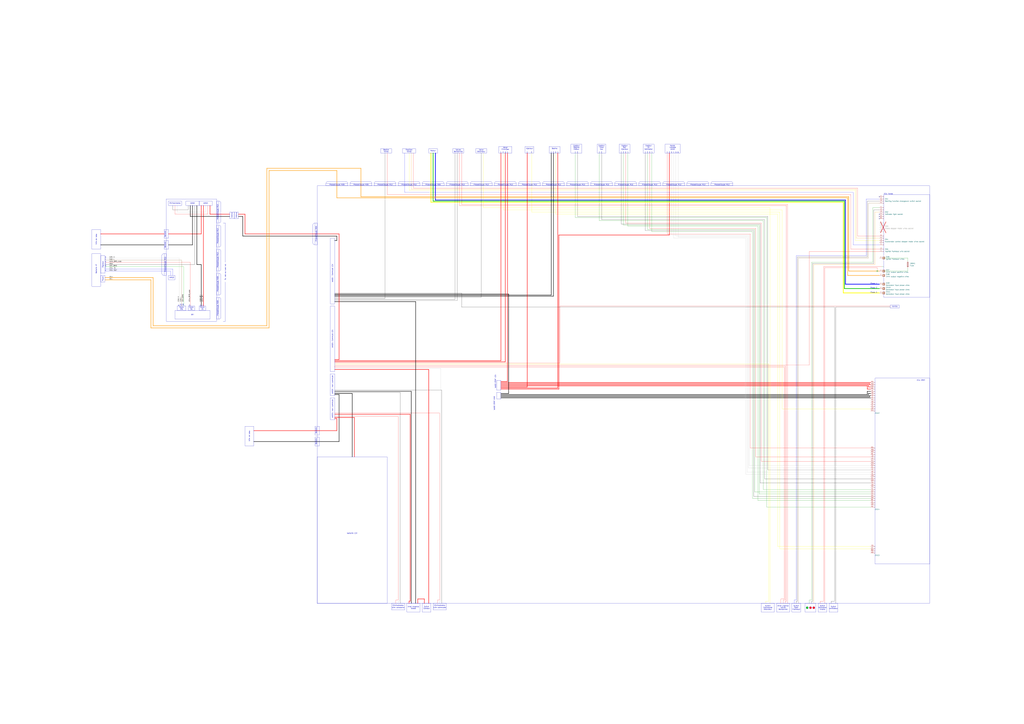
<source format=kicad_sch>
(kicad_sch (version 20231120) (generator "eeschema") (generator_version "8.0")
  (paper "A0")
  (junction (at 1018.54 314.96))
  (no_connect (at 1021.08 251.46))
  (no_connect (at 1021.08 228.6))
  (no_connect (at 1021.08 254))
  (no_connect (at 1021.08 248.92))
  (wire (pts (xy 476.25 698.5) (xy 476.25 481.33)) (stroke (width 0.5) (color 255 0 0 1)))
  (wire (pts (xy 866.14 276.86) (xy 866.14 551.18)) (stroke (width 0) (color 194 194 194 1)))
  (wire (pts (xy 1008.38 459.74) (xy 1008.38 457.2)) (stroke (width 0.5) (color 0 0 0 1)))
  (wire (pts (xy 881.38 261.62) (xy 881.38 574.04)))
  (wire (pts (xy 492.76 701.04) (xy 492.76 695.96)) (stroke (width 0.5) (color 255 0 0 1)))
  (wire (pts (xy 927.1 299.72) (xy 1008.38 299.72)) (stroke (width 0) (color 128 77 0 1)))
  (polyline (pts (xy 261.62 259.08) (xy 259.08 259.08)))
  (wire (pts (xy 886.46 568.96) (xy 1010.92 568.96)))
  (wire (pts (xy 925.83 298.45) (xy 1007.11 298.45)) (stroke (width 0) (color 0 0 0 1)))
  (wire (pts (xy 617.22 246.38) (xy 617.22 177.8)) (stroke (width 0) (color 255 255 0 1)))
  (wire (pts (xy 1010.92 530.86) (xy 877.57 530.86)) (stroke (width 0) (color 255 0 0 1)))
  (wire (pts (xy 645.16 248.92) (xy 645.16 177.8)) (stroke (width 0) (color 255 255 0 1)))
  (wire (pts (xy 990.6 284.48) (xy 1021.08 284.48)) (stroke (width 0) (color 0 0 255 1)))
  (wire (pts (xy 993.14 220.98) (xy 474.98 220.98)) (stroke (width 0) (color 255 255 0 1)))
  (wire (pts (xy 695.96 256.54) (xy 886.46 256.54)))
  (wire (pts (xy 459.74 697.23) (xy 462.28 697.23)) (stroke (width 0) (color 255 0 0 1)))
  (wire (pts (xy 909.32 697.23) (xy 909.32 701.04)) (stroke (width 0) (color 255 0 0 1)))
  (wire (pts (xy 535.94 356.87) (xy 535.94 340.36)) (stroke (width 0) (color 0 0 0 1)))
  (wire (pts (xy 200.66 312.42) (xy 200.66 320.04)) (stroke (width 0) (color 0 0 255 1)))
  (polyline (pts (xy 187.96 297.18) (xy 187.96 317.5)))
  (wire (pts (xy 388.62 342.9) (xy 640.08 342.9)) (stroke (width 0.5) (color 0 0 0 1)))
  (wire (pts (xy 581.66 462.28) (xy 1010.92 462.28)) (stroke (width 0.5) (color 0 0 0 1)))
  (wire (pts (xy 1009.65 461.01) (xy 1009.65 459.74)) (stroke (width 0.5) (color 0 0 0 1)))
  (wire (pts (xy 670.56 251.46) (xy 891.54 251.46)) (stroke (width 0) (color 0 0 0 1)))
  (wire (pts (xy 617.22 246.38) (xy 905.51 246.38)) (stroke (width 0) (color 255 255 0 1)))
  (wire (pts (xy 985.52 228.6) (xy 985.52 314.96)) (stroke (width 0.5) (color 255 153 0 1)))
  (wire (pts (xy 956.31 309.88) (xy 956.31 698.5)) (stroke (width 0) (color 255 0 0 1)))
  (wire (pts (xy 868.68 543.56) (xy 1010.92 543.56)) (stroke (width 0) (color 194 194 194 1)))
  (wire (pts (xy 882.65 561.34) (xy 882.65 260.35)) (stroke (width 0) (color 0 0 0 1)))
  (wire (pts (xy 121.92 314.96) (xy 198.12 314.96)) (stroke (width 0) (color 0 0 255 1)))
  (wire (pts (xy 393.7 417.83) (xy 388.62 417.83)) (stroke (width 0.5) (color 255 0 0 1)))
  (wire (pts (xy 1018.54 311.15) (xy 957.58 311.15)) (stroke (width 0) (color 255 0 0 1)))
  (wire (pts (xy 581.66 461.01) (xy 1009.65 461.01)) (stroke (width 0.5) (color 0 0 0 1)))
  (wire (pts (xy 890.27 252.73) (xy 890.27 589.28)))
  (wire (pts (xy 121.92 299.72) (xy 208.28 299.72)) (stroke (width 0) (color 194 194 194 1)))
  (wire (pts (xy 584.2 243.84) (xy 908.05 243.84)) (stroke (width 0) (color 255 255 0 1)))
  (wire (pts (xy 777.24 273.05) (xy 648.97 273.05)) (stroke (width 0.5) (color 255 0 0 1)))
  (wire (pts (xy 530.86 177.8) (xy 530.86 349.25)) (stroke (width 0) (color 0 0 0 1)))
  (wire (pts (xy 121.92 304.8) (xy 220.98 304.8)) (stroke (width 0) (color 255 0 0 1)))
  (wire (pts (xy 1018.54 314.96) (xy 1021.08 314.96)) (stroke (width 0.5) (color 255 153 0 1)))
  (wire (pts (xy 1005.84 297.18) (xy 1005.84 231.14)) (stroke (width 0) (color 0 0 255 1)))
  (polyline (pts (xy 261.62 327.66) (xy 261.62 373.38)))
  (wire (pts (xy 388.62 480.06) (xy 510.54 480.06)) (stroke (width 0) (color 255 0 0 1)))
  (wire (pts (xy 943.61 306.07) (xy 943.61 698.5)) (stroke (width 0) (color 0 0 0 1)))
  (wire (pts (xy 218.44 243.84) (xy 218.44 238.76)) (stroke (width 0) (color 0 0 0 1)))
  (wire (pts (xy 121.92 322.58) (xy 177.8 322.58)) (stroke (width 0.5) (color 255 153 0 1)))
  (wire (pts (xy 233.68 307.34) (xy 228.6 307.34)) (stroke (width 0.5) (color 0 0 0 1)))
  (wire (pts (xy 993.14 279.4) (xy 1021.08 279.4)) (stroke (width 0) (color 255 255 0 1)))
  (wire (pts (xy 784.86 274.32) (xy 868.68 274.32)) (stroke (width 0) (color 194 194 194 1)))
  (wire (pts (xy 990.6 284.48) (xy 990.6 223.52)) (stroke (width 0) (color 0 0 255 1)))
  (wire (pts (xy 241.3 238.76) (xy 241.3 248.92)) (stroke (width 0) (color 255 0 0 1)))
  (wire (pts (xy 979.17 340.36) (xy 1021.08 340.36)) (stroke (width 0.762) (color 255 255 0 1)))
  (polyline (pts (xy 401.32 210.82) (xy 381 210.82)))
  (wire (pts (xy 195.58 284.48) (xy 223.52 284.48)) (stroke (width 0.5) (color 0 0 0 1)))
  (wire (pts (xy 393.7 271.78) (xy 284.48 271.78)) (stroke (width 0.5) (color 255 0 0 1)))
  (wire (pts (xy 939.8 697.23) (xy 939.8 701.04)))
  (wire (pts (xy 281.94 251.46) (xy 281.94 274.32)) (stroke (width 0.5) (color 0 0 0 1)))
  (wire (pts (xy 670.56 251.46) (xy 670.56 177.8)) (stroke (width 0) (color 0 0 0 1)))
  (wire (pts (xy 994.41 276.86) (xy 1021.08 276.86)) (stroke (width 0) (color 255 153 0 1)))
  (wire (pts (xy 995.68 274.32) (xy 1021.08 274.32)) (stroke (width 0) (color 255 0 0 1)))
  (wire (pts (xy 238.76 246.38) (xy 205.74 246.38)) (stroke (width 0) (color 194 194 194 1)))
  (wire (pts (xy 388.62 429.26) (xy 497.84 429.26)) (stroke (width 0.5) (color 255 0 0 1)))
  (wire (pts (xy 867.41 275.59) (xy 867.41 548.64)) (stroke (width 0) (color 194 194 194 1)))
  (wire (pts (xy 480.06 218.44) (xy 480.06 177.8)) (stroke (width 0) (color 255 0 0 1)))
  (wire (pts (xy 459.74 697.23) (xy 459.74 701.04)) (stroke (width 0) (color 255 0 0 1)))
  (wire (pts (xy 913.13 698.5) (xy 911.86 698.5)) (stroke (width 0) (color 255 0 0 1)))
  (wire (pts (xy 449.58 226.06) (xy 988.06 226.06)) (stroke (width 0) (color 255 0 0 1)))
  (wire (pts (xy 510.54 698.5) (xy 510.54 701.04)) (stroke (width 0) (color 194 194 194 1)))
  (wire (pts (xy 558.8 177.8) (xy 558.8 345.44)) (stroke (width 0) (color 0 0 0 1)))
  (wire (pts (xy 388.62 427.99) (xy 511.81 427.99)) (stroke (width 0) (color 194 194 194 1)))
  (wire (pts (xy 782.32 276.86) (xy 866.14 276.86)) (stroke (width 0) (color 194 194 194 1)))
  (polyline (pts (xy 820.42 210.82) (xy 800.1 210.82)))
  (wire (pts (xy 1010.92 576.58) (xy 875.03 576.58)) (stroke (width 0) (color 0 0 0 1)))
  (wire (pts (xy 223.52 238.76) (xy 223.52 284.48)) (stroke (width 0.5) (color 0 0 0 1)))
  (wire (pts (xy 241.3 248.92) (xy 203.2 248.92)) (stroke (width 0) (color 255 0 0 1)))
  (wire (pts (xy 505.46 177.8) (xy 505.46 232.41)) (stroke (width 0.762) (color 0 0 255 1)))
  (wire (pts (xy 208.28 299.72) (xy 208.28 355.6)) (stroke (width 0) (color 194 194 194 1)))
  (wire (pts (xy 647.7 177.8) (xy 647.7 450.85)) (stroke (width 0.5) (color 255 0 0 1)))
  (wire (pts (xy 1014.73 243.84) (xy 1014.73 306.07)) (stroke (width 0) (color 0 0 0 1)))
  (wire (pts (xy 1010.92 548.64) (xy 867.41 548.64)) (stroke (width 0) (color 194 194 194 1)))
  (wire (pts (xy 650.24 355.6) (xy 650.24 421.64)) (stroke (width 0) (color 255 0 0 1)))
  (wire (pts (xy 200.66 243.84) (xy 200.66 238.76)) (stroke (width 0) (color 0 0 0 1)))
  (wire (pts (xy 218.44 243.84) (xy 200.66 243.84)) (stroke (width 0) (color 0 0 0 1)))
  (wire (pts (xy 284.48 271.78) (xy 284.48 248.92)) (stroke (width 0.5) (color 255 0 0 1)))
  (wire (pts (xy 1009.65 447.04) (xy 1010.92 447.04)) (stroke (width 0.5) (color 255 0 0 1)))
  (wire (pts (xy 447.04 346.71) (xy 388.62 346.71)) (stroke (width 0) (color 0 0 0 1)))
  (wire (pts (xy 642.62 177.8) (xy 642.62 344.17)) (stroke (width 0.5) (color 0 0 0 1)))
  (wire (pts (xy 276.86 251.46) (xy 281.94 251.46)) (stroke (width 0.5) (color 0 0 0 1)))
  (wire (pts (xy 871.22 271.78) (xy 774.7 271.78)) (stroke (width 0) (color 255 0 0 1)))
  (wire (pts (xy 388.62 457.2) (xy 408.94 457.2)) (stroke (width 0.5) (color 0 0 0 1)))
  (wire (pts (xy 942.34 698.5) (xy 943.61 698.5)) (stroke (width 0) (color 0 0 0 1)))
  (wire (pts (xy 905.51 246.38) (xy 905.51 637.54)) (stroke (width 0) (color 255 255 0 1)))
  (wire (pts (xy 581.66 448.31) (xy 1007.11 448.31)) (stroke (width 0.5) (color 255 0 0 1)))
  (wire (pts (xy 922.02 697.23) (xy 922.02 701.04)) (stroke (width 0) (color 0 0 255 1)))
  (wire (pts (xy 1007.11 458.47) (xy 1007.11 454.66)) (stroke (width 0.5) (color 0 0 0 1)))
  (wire (pts (xy 393.7 271.78) (xy 393.7 417.83)) (stroke (width 0.5) (color 255 0 0 1)))
  (wire (pts (xy 984.25 320.04) (xy 1021.08 320.04)) (stroke (width 0.5) (color 255 153 0 1)))
  (wire (pts (xy 939.8 292.1) (xy 939.8 424.18)) (stroke (width 0) (color 255 0 0 1)))
  (wire (pts (xy 721.36 260.35) (xy 882.65 260.35)) (stroke (width 0) (color 0 0 0 1)))
  (wire (pts (xy 462.28 698.5) (xy 463.55 698.5)) (stroke (width 0) (color 194 194 194 1)))
  (wire (pts (xy 909.32 697.23) (xy 911.86 697.23)) (stroke (width 0) (color 255 0 0 1)))
  (wire (pts (xy 236.22 238.76) (xy 236.22 355.6)) (stroke (width 0.5) (color 255 0 0 1)))
  (wire (pts (xy 981.71 330.2) (xy 981.71 232.41)) (stroke (width 0.762) (color 0 0 255 1)))
  (wire (pts (xy 1008.38 449.58) (xy 1010.92 449.58)) (stroke (width 0.5) (color 255 0 0 1)))
  (wire (pts (xy 1018.54 311.15) (xy 1018.54 314.96)) (stroke (width 0) (color 255 0 0 1)))
  (wire (pts (xy 388.62 483.87) (xy 462.28 483.87)) (stroke (width 0) (color 255 0 0 1)))
  (wire (pts (xy 647.7 450.85) (xy 581.66 450.85)) (stroke (width 0.5) (color 255 0 0 1)))
  (wire (pts (xy 1008.38 457.2) (xy 1010.92 457.2)) (stroke (width 0.5) (color 0 0 0 1)))
  (wire (pts (xy 1054.1 311.15) (xy 1054.1 314.96)))
  (wire (pts (xy 1010.92 541.02) (xy 869.95 541.02)) (stroke (width 0) (color 194 194 194 1)))
  (wire (pts (xy 391.16 500.38) (xy 391.16 486.41)) (stroke (width 0.5) (color 255 0 0 1)))
  (wire (pts (xy 726.44 259.08) (xy 726.44 177.8)) (stroke (width 0) (color 255 0 0 1)))
  (wire (pts (xy 984.25 229.87) (xy 984.25 320.04)) (stroke (width 0.5) (color 255 153 0 1)))
  (wire (pts (xy 924.56 297.18) (xy 1005.84 297.18)) (stroke (width 0) (color 0 0 255 1)))
  (wire (pts (xy 1008.38 236.22) (xy 1021.08 236.22)) (stroke (width 0) (color 128 77 0 1)))
  (wire (pts (xy 942.34 304.8) (xy 1013.46 304.8)))
  (wire (pts (xy 612.14 449.58) (xy 581.66 449.58)) (stroke (width 0.5) (color 255 0 0 1)))
  (wire (pts (xy 1023.62 309.88) (xy 1026.16 309.88)))
  (wire (pts (xy 533.4 238.76) (xy 913.13 238.76)) (stroke (width 0) (color 255 0 0 1)))
  (wire (pts (xy 942.34 697.23) (xy 939.8 697.23)))
  (wire (pts (xy 474.98 220.98) (xy 474.98 177.8)) (stroke (width 0) (color 255 255 0 1)))
  (polyline (pts (xy 624.84 210.82) (xy 604.52 210.82)))
  (wire (pts (xy 1054.1 303.53) (xy 1054.1 299.72)))
  (wire (pts (xy 121.92 307.34) (xy 226.06 307.34)) (stroke (width 0) (color 0 0 0 1)))
  (wire (pts (xy 911.86 697.23) (xy 911.86 425.45)) (stroke (width 0) (color 255 0 0 1)))
  (wire (pts (xy 220.98 238.76) (xy 220.98 251.46)) (stroke (width 0.5) (color 0 0 0 1)))
  (wire (pts (xy 213.36 309.88) (xy 213.36 355.6)) (stroke (width 0) (color 0 194 0 1)))
  (polyline (pts (xy 363.22 261.62) (xy 363.22 281.94)))
  (polyline (pts (xy 848.36 210.82) (xy 828.04 210.82)))
  (wire (pts (xy 1016 246.38) (xy 1021.08 246.38)) (stroke (width 0) (color 255 153 0 1)))
  (wire (pts (xy 535.94 356.87) (xy 969.01 356.87)) (stroke (width 0) (color 0 0 0 1)))
  (polyline (pts (xy 680.72 210.82) (xy 660.4 210.82)))
  (wire (pts (xy 497.84 429.26) (xy 497.84 701.04)) (stroke (width 0.5) (color 255 0 0 1)))
  (wire (pts (xy 970.28 356.87) (xy 1033.78 356.87)) (stroke (width 0) (color 0 0 0 1)))
  (polyline (pts (xy 256.54 256.54) (xy 256.54 236.22)))
  (wire (pts (xy 957.58 311.15) (xy 957.58 701.04)) (stroke (width 0) (color 255 0 0 1)))
  (wire (pts (xy 698.5 255.27) (xy 887.73 255.27)) (stroke (width 0) (color 0 0 0 1)))
  (wire (pts (xy 220.98 304.8) (xy 220.98 355.6)) (stroke (width 0) (color 255 0 0 1)))
  (wire (pts (xy 886.46 568.96) (xy 886.46 256.54)))
  (wire (pts (xy 993.14 220.98) (xy 993.14 279.4)) (stroke (width 0) (color 255 255 0 1)))
  (wire (pts (xy 698.5 255.27) (xy 698.5 177.8)) (stroke (width 0) (color 0 0 0 1)))
  (wire (pts (xy 121.92 309.88) (xy 213.36 309.88)) (stroke (width 0) (color 0 194 0 1)))
  (wire (pts (xy 749.3 267.97) (xy 875.03 267.97)) (stroke (width 0) (color 0 0 0 1)))
  (wire (pts (xy 1007.11 452.12) (xy 1007.11 448.31)) (stroke (width 0.5) (color 255 0 0 1)))
  (wire (pts (xy 880.11 262.89) (xy 880.11 581.66)))
  (wire (pts (xy 922.02 697.23) (xy 924.56 697.23)) (stroke (width 0) (color 0 0 255 1)))
  (wire (pts (xy 1010.92 520.7) (xy 871.22 520.7)) (stroke (width 0) (color 255 0 0 1)))
  (wire (pts (xy 994.41 219.71) (xy 477.52 219.71)) (stroke (width 0) (color 255 153 0 1)))
  (wire (pts (xy 220.98 251.46) (xy 266.7 251.46)) (stroke (width 0.5) (color 0 0 0 1)))
  (wire (pts (xy 238.76 238.76) (xy 238.76 246.38)) (stroke (width 0) (color 194 194 194 1)))
  (wire (pts (xy 995.68 218.44) (xy 480.06 218.44)) (stroke (width 0) (color 255 0 0 1)))
  (wire (pts (xy 388.62 486.41) (xy 391.16 486.41)) (stroke (width 0.5) (color 255 0 0 1)))
  (wire (pts (xy 502.92 233.68) (xy 980.44 233.68)) (stroke (width 0.762) (color 0 194 0 1)))
  (wire (pts (xy 877.57 265.43) (xy 754.38 265.43)) (stroke (width 0) (color 255 0 0 1)))
  (polyline (pts (xy 261.62 304.8) (xy 261.62 259.08)))
  (wire (pts (xy 991.87 222.25) (xy 991.87 281.94)) (stroke (width 0) (color 255 255 255 1)))
  (wire (pts (xy 393.7 513.08) (xy 393.7 458.47)) (stroke (width 0.5) (color 0 0 0 1)))
  (wire (pts (xy 276.86 248.92) (xy 284.48 248.92)) (stroke (width 0.5) (color 255 0 0 1)))
  (wire (pts (xy 309.88 195.58) (xy 419.1 195.58)) (stroke (width 0.5) (color 255 153 0 1)))
  (wire (pts (xy 871.22 520.7) (xy 871.22 271.78)) (stroke (width 0) (color 255 0 0 1)))
  (wire (pts (xy 894.08 241.3) (xy 894.08 701.04)) (stroke (width 0) (color 255 255 0 1)))
  (wire (pts (xy 228.6 238.76) (xy 228.6 307.34)) (stroke (width 0.5) (color 0 0 0 1)))
  (wire (pts (xy 1010.92 546.1) (xy 891.54 546.1)) (stroke (width 0) (color 0 0 0 1)))
  (wire (pts (xy 944.88 307.34) (xy 1016 307.34)) (stroke (width 0) (color 255 153 0 1)))
  (wire (pts (xy 586.74 420.37) (xy 388.62 420.37)) (stroke (width 0.5) (color 255 0 0 1)))
  (wire (pts (xy 981.71 330.2) (xy 1021.08 330.2)) (stroke (width 0.762) (color 0 0 255 1)))
  (wire (pts (xy 889 698.5) (xy 889 701.04)) (stroke (width 0) (color 255 255 0 1)))
  (wire (pts (xy 198.12 314.96) (xy 198.12 320.04)) (stroke (width 0) (color 0 0 255 1)))
  (wire (pts (xy 226.06 238.76) (xy 226.06 307.34)) (stroke (width 0) (color 0 0 0 1)))
  (wire (pts (xy 866.14 551.18) (xy 1010.92 551.18)) (stroke (width 0) (color 194 194 194 1)))
  (wire (pts (xy 668.02 177.8) (xy 668.02 252.73)))
  (wire (pts (xy 469.9 223.52) (xy 990.6 223.52)) (stroke (width 0) (color 0 0 255 1)))
  (wire (pts (xy 695.96 177.8) (xy 695.96 256.54)))
  (wire (pts (xy 510.54 697.23) (xy 510.54 480.06)) (stroke (width 0) (color 255 0 0 1)))
  (wire (pts (xy 589.28 443.23) (xy 581.66 443.23)) (stroke (width 0.5) (color 255 0 0 1)))
  (wire (pts (xy 175.26 325.12) (xy 175.26 381)) (stroke (width 0.5) (color 255 153 0 1)))
  (wire (pts (xy 388.62 344.17) (xy 642.62 344.17)) (stroke (width 0.5) (color 0 0 0 1)))
  (polyline (pts (xy 736.6 210.82) (xy 716.28 210.82)))
  (wire (pts (xy 875.03 267.97) (xy 875.03 576.58)) (stroke (width 0) (color 0 0 0 1)))
  (polyline (pts (xy 513.08 210.82) (xy 492.76 210.82)))
  (wire (pts (xy 511.81 698.5) (xy 511.81 427.99)) (stroke (width 0) (color 194 194 194 1)))
  (wire (pts (xy 477.52 177.8) (xy 477.52 219.71)) (stroke (width 0) (color 255 153 0 1)))
  (wire (pts (xy 589.28 177.8) (xy 589.28 443.23)) (stroke (width 0.5) (color 255 0 0 1)))
  (wire (pts (xy 891.54 251.46) (xy 891.54 546.1)) (stroke (width 0) (color 0 0 0 1)))
  (wire (pts (xy 388.62 425.45) (xy 388.62 426.72)) (stroke (width 0) (color 255 0 0 1)))
  (wire (pts (xy 586.74 177.8) (xy 586.74 420.37)) (stroke (width 0.5) (color 255 0 0 1)))
  (wire (pts (xy 584.2 243.84) (xy 584.2 177.8)) (stroke (width 0) (color 255 255 0 1)))
  (wire (pts (xy 474.98 698.5) (xy 474.98 701.04)) (stroke (width 0.5) (color 255 0 0 1)))
  (wire (pts (xy 1008.38 299.72) (xy 1008.38 236.22)) (stroke (width 0) (color 128 77 0 1)))
  (wire (pts (xy 1026.16 299.72) (xy 1054.1 299.72)))
  (wire (pts (xy 388.62 481.33) (xy 476.25 481.33)) (stroke (width 0.5) (color 255 0 0 1)))
  (wire (pts (xy 388.62 425.45) (xy 911.86 425.45)) (stroke (width 0) (color 255 0 0 1)))
  (wire (pts (xy 513.08 453.39) (xy 513.08 701.04)) (stroke (width 0) (color 0 0 0 1)))
  (polyline (pts (xy 256.54 368.3) (xy 256.54 347.98)))
  (wire (pts (xy 988.06 289.56) (xy 1021.08 289.56)) (stroke (width 0) (color 255 0 0 1)))
  (wire (pts (xy 749.3 267.97) (xy 749.3 177.8)) (stroke (width 0) (color 0 0 0 1)))
  (wire (pts (xy 388.62 422.91) (xy 892.81 422.91)) (stroke (width 0) (color 255 255 0 1)))
  (wire (pts (xy 462.28 701.04) (xy 462.28 698.5)) (stroke (width 0) (color 194 194 194 1)))
  (wire (pts (xy 787.4 275.59) (xy 867.41 275.59)) (stroke (width 0) (color 194 194 194 1)))
  (wire (pts (xy 581.66 445.77) (xy 1009.65 445.77)) (stroke (width 0.5) (color 255 0 0 1)))
  (wire (pts (xy 581.66 447.04) (xy 1008.38 447.04)) (stroke (width 0.5) (color 255 0 0 1)))
  (wire (pts (xy 782.32 177.8) (xy 782.32 276.86)) (stroke (width 0) (color 194 194 194 1)))
  (wire (pts (xy 500.38 234.95) (xy 500.38 177.8)) (stroke (width 0.762) (color 255 255 0 1)))
  (wire (pts (xy 472.44 222.25) (xy 472.44 177.8)) (stroke (width 0) (color 255 255 255 1)))
  (wire (pts (xy 1007.11 454.66) (xy 1010.92 454.66)) (stroke (width 0.5) (color 0 0 0 1)))
  (polyline (pts (xy 652.78 210.82) (xy 632.46 210.82)))
  (wire (pts (xy 203.2 238.76) (xy 203.2 248.92)) (stroke (width 0) (color 255 0 0 1)))
  (wire (pts (xy 906.78 695.96) (xy 910.59 695.96)) (stroke (width 0) (color 255 0 0 1)))
  (wire (pts (xy 463.55 698.5) (xy 463.55 482.6)) (stroke (width 0) (color 194 194 194 1)))
  (wire (pts (xy 970.28 356.87) (xy 970.28 701.04)) (stroke (width 0) (color 0 0 0 1)))
  (wire (pts (xy 411.48 485.14) (xy 388.62 485.14)) (stroke (width 0.5) (color 255 0 0 1)))
  (wire (pts (xy 914.4 237.49) (xy 914.4 701.04)) (stroke (width 0) (color 255 0 0 1)))
  (polyline (pts (xy 429.26 210.82) (xy 408.94 210.82)))
  (wire (pts (xy 312.42 198.12) (xy 391.16 198.12)) (stroke (width 0.5) (color 255 153 0 1)))
  (wire (pts (xy 243.84 248.92) (xy 266.7 248.92)) (stroke (width 0.5) (color 255 0 0 1)))
  (wire (pts (xy 294.64 500.38) (xy 391.16 500.38)) (stroke (width 0.5) (color 255 0 0 1)))
  (wire (pts (xy 612.14 177.8) (xy 612.14 449.58)) (stroke (width 0.5) (color 255 0 0 1)))
  (wire (pts (xy 388.62 424.18) (xy 939.8 424.18)) (stroke (width 0) (color 255 0 0 1)))
  (wire (pts (xy 979.17 340.36) (xy 979.17 234.95)) (stroke (width 0.762) (color 255 255 0 1)))
  (wire (pts (xy 492.76 695.96) (xy 485.14 695.96)) (stroke (width 0.5) (color 255 0 0 1)))
  (wire (pts (xy 513.08 453.39) (xy 388.62 453.39)) (stroke (width 0) (color 0 0 0 1)))
  (wire (pts (xy 294.64 513.08) (xy 393.7 513.08)) (stroke (width 0.5) (color 0 0 0 1)))
  (wire (pts (xy 906.78 695.96) (xy 906.78 701.04)) (stroke (width 0) (color 255 0 0 1)))
  (wire (pts (xy 1013.46 304.8) (xy 1013.46 241.3)))
  (wire (pts (xy 388.62 340.36) (xy 535.94 340.36)) (stroke (width 0) (color 0 0 0 1)))
  (wire (pts (xy 510.54 698.5) (xy 511.81 698.5)) (stroke (width 0) (color 194 194 194 1)))
  (wire (pts (xy 980.44 335.28) (xy 1021.08 335.28)) (stroke (width 0.762) (color 0 194 0 1)))
  (wire (pts (xy 991.87 281.94) (xy 1021.08 281.94)) (stroke (width 0) (color 255 255 255 1)))
  (wire (pts (xy 927.1 299.72) (xy 927.1 701.04)) (stroke (width 0) (color 128 77 0 1)))
  (wire (pts (xy 924.56 698.5) (xy 925.83 698.5)) (stroke (width 0) (color 0 0 0 1)))
  (wire (pts (xy 581.66 177.8) (xy 581.66 419.1)) (stroke (width 0.5) (color 255 0 0 1)))
  (wire (pts (xy 472.44 222.25) (xy 991.87 222.25)) (stroke (width 0) (color 255 255 255 1)))
  (wire (pts (xy 530.86 349.25) (xy 388.62 349.25)) (stroke (width 0) (color 0 0 0 1)))
  (wire (pts (xy 1009.65 447.04) (xy 1009.65 445.77)) (stroke (width 0.5) (color 255 0 0 1)))
  (wire (pts (xy 528.32 347.98) (xy 388.62 347.98)) (stroke (width 0) (color 0 0 0 1)))
  (polyline (pts (xy 764.54 210.82) (xy 744.22 210.82)))
  (wire (pts (xy 391.16 279.4) (xy 388.62 279.4)) (stroke (width 0.5) (color 0 0 0 1)))
  (wire (pts (xy 388.62 458.47) (xy 393.7 458.47)) (stroke (width 0.5) (color 0 0 0 1)))
  (wire (pts (xy 233.68 307.34) (xy 233.68 355.6)) (stroke (width 0.5) (color 0 0 0 1)))
  (polyline (pts (xy 568.96 210.82) (xy 548.64 210.82)))
  (wire (pts (xy 561.34 177.8) (xy 561.34 241.3)) (stroke (width 0) (color 255 255 0 1)))
  (wire (pts (xy 868.68 274.32) (xy 868.68 543.56)) (stroke (width 0) (color 194 194 194 1)))
  (wire (pts (xy 877.57 530.86) (xy 877.57 265.43)) (stroke (width 0) (color 255 0 0 1)))
  (wire (pts (xy 869.95 273.05) (xy 869.95 541.02)) (stroke (width 0) (color 194 194 194 1)))
  (wire (pts (xy 756.92 177.8) (xy 756.92 269.24)))
  (wire (pts (xy 892.81 698.5) (xy 892.81 422.91)) (stroke (width 0) (color 255 255 0 1)))
  (wire (pts (xy 784.86 177.8) (xy 784.86 274.32)) (stroke (width 0) (color 194 194 194 1)))
  (wire (pts (xy 751.84 177.8) (xy 751.84 266.7)))
  (polyline (pts (xy 708.66 210.82) (xy 688.34 210.82)))
  (wire (pts (xy 233.68 238.76) (xy 233.68 271.78)) (stroke (width 0.5) (color 255 0 0 1)))
  (wire (pts (xy 965.2 698.5) (xy 965.2 701.04)) (stroke (width 0) (color 0 0 0 1)))
  (wire (pts (xy 508 697.23) (xy 510.54 697.23)) (stroke (width 0) (color 255 0 0 1)))
  (wire (pts (xy 309.88 195.58) (xy 309.88 378.46)) (stroke (width 0.5) (color 255 153 0 1)))
  (wire (pts (xy 650.24 355.6) (xy 1033.78 355.6)) (stroke (width 0) (color 255 0 0 1)))
  (wire (pts (xy 177.8 322.58) (xy 177.8 378.46)) (stroke (width 0.5) (color 255 153 0 1)))
  (wire (pts (xy 561.34 241.3) (xy 894.08 241.3)) (stroke (width 0) (color 255 255 0 1)))
  (wire (pts (xy 533.4 177.8) (xy 533.4 238.76)) (stroke (width 0) (color 255 0 0 1)))
  (wire (pts (xy 902.97 248.92) (xy 902.97 635)) (stroke (width 0) (color 255 255 0 1)))
  (wire (pts (xy 388.62 426.72) (xy 910.59 426.72)) (stroke (width 0) (color 255 0 0 1)))
  (wire (pts (xy 883.92 535.94) (xy 883.92 259.08)) (stroke (width 0) (color 255 0 0 1)))
  (wire (pts (xy 391.16 229.87) (xy 984.25 229.87)) (stroke (width 0.5) (color 255 153 0 1)))
  (wire (pts (xy 482.6 350.52) (xy 388.62 350.52)) (stroke (width 0.5) (color 0 0 0 1)))
  (wire (pts (xy 391.16 198.12) (xy 391.16 229.87)) (stroke (width 0.5) (color 255 153 0 1)))
  (wire (pts (xy 988.06 289.56) (xy 988.06 226.06)) (stroke (width 0) (color 255 0 0 1)))
  (wire (pts (xy 723.9 261.62) (xy 881.38 261.62)))
  (wire (pts (xy 1010.92 589.28) (xy 890.27 589.28)))
  (wire (pts (xy 121.92 325.12) (xy 175.26 325.12)) (stroke (width 0.5) (color 255 153 0 1)))
  (wire (pts (xy 911.86 698.5) (xy 911.86 701.04)) (stroke (width 0) (color 255 0 0 1)))
  (wire (pts (xy 889 698.5) (xy 892.81 698.5)) (stroke (width 0) (color 255 255 0 1)))
  (wire (pts (xy 648.97 273.05) (xy 648.97 452.12)) (stroke (width 0.5) (color 255 0 0 1)))
  (wire (pts (xy 994.41 219.71) (xy 994.41 276.86)) (stroke (width 0) (color 255 153 0 1)))
  (wire (pts (xy 881.38 574.04) (xy 1010.92 574.04)))
  (wire (pts (xy 1010.92 637.54) (xy 905.51 637.54)) (stroke (width 0) (color 255 255 0 1)))
  (wire (pts (xy 645.16 248.92) (xy 902.97 248.92)) (stroke (width 0) (color 255 255 0 1)))
  (wire (pts (xy 464.82 455.93) (xy 388.62 455.93)) (stroke (width 0) (color 0 0 0 1)))
  (wire (pts (xy 243.84 238.76) (xy 243.84 248.92)) (stroke (width 0.5) (color 255 0 0 1)))
  (wire (pts (xy 925.83 298.45) (xy 925.83 698.5)) (stroke (width 0) (color 0 0 0 1)))
  (polyline (pts (xy 792.48 210.82) (xy 772.16 210.82)))
  (polyline (pts (xy 256.54 340.36) (xy 256.54 320.04)))
  (wire (pts (xy 1007.11 233.68) (xy 1007.11 298.45)) (stroke (width 0) (color 0 0 0 1)))
  (wire (pts (xy 913.13 238.76) (xy 913.13 698.5)) (stroke (width 0) (color 255 0 0 1)))
  (wire (pts (xy 723.9 177.8) (xy 723.9 261.62)))
  (wire (pts (xy 756.92 269.24) (xy 873.76 269.24)))
  (wire (pts (xy 728.98 262.89) (xy 728.98 177.8)))
  (wire (pts (xy 121.92 302.26) (xy 210.82 302.26)) (stroke (width 0) (color 128 77 0 1)))
  (wire (pts (xy 474.98 698.5) (xy 476.25 698.5)) (stroke (width 0.5) (color 255 0 0 1)))
  (polyline (pts (xy 259.08 373.38) (xy 261.62 373.38)))
  (wire (pts (xy 969.01 698.5) (xy 969.01 356.87)) (stroke (width 0) (color 0 0 0 1)))
  (wire (pts (xy 312.42 198.12) (xy 312.42 381)) (stroke (width 0.5) (color 255 153 0 1)))
  (wire (pts (xy 726.44 259.08) (xy 883.92 259.08)) (stroke (width 0) (color 255 0 0 1)))
  (wire (pts (xy 482.6 350.52) (xy 482.6 701.04)) (stroke (width 0.5) (color 0 0 0 1)))
  (wire (pts (xy 528.32 177.8) (xy 528.32 347.98)) (stroke (width 0) (color 0 0 0 1)))
  (wire (pts (xy 581.66 444.5) (xy 1010.92 444.5)) (stroke (width 0.5) (color 255 0 0 1)))
  (wire (pts (xy 391.16 274.32) (xy 391.16 279.4)) (stroke (width 0.5) (color 0 0 0 1)))
  (wire (pts (xy 924.56 698.5) (xy 924.56 701.04)) (stroke (width 0) (color 0 0 0 1)))
  (wire (pts (xy 195.58 271.78) (xy 233.68 271.78)) (stroke (width 0.5) (color 255 0 0 1)))
  (wire (pts (xy 910.59 695.96) (xy 910.59 426.72)) (stroke (width 0) (color 255 0 0 1)))
  (wire (pts (xy 924.56 297.18) (xy 924.56 697.23)) (stroke (width 0) (color 0 0 255 1)))
  (wire (pts (xy 1007.11 233.68) (xy 1021.08 233.68)) (stroke (width 0) (color 0 0 0 1)))
  (wire (pts (xy 728.98 262.89) (xy 880.11 262.89)))
  (wire (pts (xy 943.61 306.07) (xy 1014.73 306.07)) (stroke (width 0) (color 0 0 0 1)))
  (wire (pts (xy 779.78 273.05) (xy 779.78 177.8)) (stroke (width 0) (color 194 194 194 1)))
  (wire (pts (xy 873.76 269.24) (xy 873.76 579.12)))
  (wire (pts (xy 121.92 312.42) (xy 200.66 312.42)) (stroke (width 0) (color 0 0 255 1)))
  (wire (pts (xy 469.9 223.52) (xy 469.9 177.8)) (stroke (width 0) (color 0 0 255 1)))
  (wire (pts (xy 648.97 452.12) (xy 581.66 452.12)) (stroke (width 0.5) (color 255 0 0 1)))
  (wire (pts (xy 995.68 274.32) (xy 995.68 218.44)) (stroke (width 0) (color 255 0 0 1)))
  (wire (pts (xy 942.34 698.5) (xy 942.34 701.04)) (stroke (width 0) (color 0 0 0 1)))
  (wire (pts (xy 502.92 233.68) (xy 502.92 177.8)) (stroke (width 0.762) (color 0 194 0 1)))
  (wire (pts (xy 447.04 177.8) (xy 447.04 346.71)) (stroke (width 0) (color 0 0 0 1)))
  (wire (pts (xy 535.94 237.49) (xy 914.4 237.49)) (stroke (width 0) (color 255 0 0 1)))
  (wire (pts (xy 464.82 701.04) (xy 464.82 455.93)) (stroke (width 0) (color 0 0 0 1)))
  (wire (pts (xy 388.62 341.63) (xy 590.55 341.63)) (stroke (width 0.5) (color 0 0 0 1)))
  (wire (pts (xy 779.78 273.05) (xy 869.95 273.05)) (stroke (width 0) (color 194 194 194 1)))
  (wire (pts (xy 116.84 284.48) (xy 190.5 284.48)) (stroke (width 0.5) (color 0 0 0 1)))
  (wire (pts (xy 751.84 266.7) (xy 876.3 266.7)))
  (wire (pts (xy 388.62 454.66) (xy 477.52 454.66)) (stroke (width 0.5) (color 0 0 0 1)))
  (wire (pts (xy 939.8 292.1) (xy 1021.08 292.1)) (stroke (width 0) (color 255 0 0 1)))
  (wire (pts (xy 1013.46 241.3) (xy 1021.08 241.3)))
  (wire (pts (xy 754.38 265.43) (xy 754.38 177.8)) (stroke (width 0) (color 255 0 0 1)))
  (polyline (pts (xy 596.9 210.82) (xy 576.58 210.82)))
  (wire (pts (xy 1010.92 581.66) (xy 880.11 581.66)))
  (wire (pts (xy 777.24 177.8) (xy 777.24 273.05)) (stroke (width 0.5) (color 255 0 0 1)))
  (wire (pts (xy 650.24 421.64) (xy 388.62 421.64)) (stroke (width 0) (color 255 0 0 1)))
  (wire (pts (xy 979.17 234.95) (xy 500.38 234.95)) (stroke (width 0.762) (color 255 255 0 1)))
  (wire (pts (xy 1010.92 556.26) (xy 887.73 556.26)) (stroke (width 0) (color 0 0 0 1)))
  (wire (pts (xy 419.1 195.58) (xy 419.1 228.6)) (stroke (width 0.5) (color 255 153 0 1)))
  (wire (pts (xy 175.26 381) (xy 312.42 381)) (stroke (width 0.5) (color 255 153 0 1)))
  (wire (pts (xy 177.8 378.46) (xy 309.88 378.46)) (stroke (width 0.5) (color 255 153 0 1)))
  (wire (pts (xy 952.5 698.5) (xy 956.31 698.5)) (stroke (width 0) (color 255 0 0 1)))
  (wire (pts (xy 721.36 260.35) (xy 721.36 177.8)) (stroke (width 0) (color 0 0 0 1)))
  (wire (pts (xy 956.31 309.88) (xy 1023.62 309.88)) (stroke (width 0) (color 255 0 0 1)))
  (wire (pts (xy 902.97 635) (xy 1010.92 635)) (stroke (width 0) (color 255 255 0 1)))
  (wire (pts (xy 558.8 345.44) (xy 388.62 345.44)) (stroke (width 0) (color 0 0 0 1)))
  (wire (pts (xy 1010.92 535.94) (xy 883.92 535.94)) (stroke (width 0) (color 255 0 0 1)))
  (wire (pts (xy 1016 307.34) (xy 1016 246.38)) (stroke (width 0) (color 255 153 0 1)))
  (wire (pts (xy 281.94 274.32) (xy 391.16 274.32)) (stroke (width 0.5) (color 0 0 0 1)))
  (wire (pts (xy 419.1 228.6) (xy 985.52 228.6)) (stroke (width 0.5) (color 255 153 0 1)))
  (polyline (pts (xy 256.54 284.48) (xy 256.54 264.16)))
  (wire (pts (xy 477.52 454.66) (xy 477.52 701.04)) (stroke (width 0.5) (color 0 0 0 1)))
  (polyline (pts (xy 256.54 312.42) (xy 256.54 292.1)))
  (wire (pts (xy 1007.11 452.12) (xy 1010.92 452.12)) (stroke (width 0.5) (color 255 0 0 1)))
  (wire (pts (xy 876.3 266.7) (xy 876.3 571.5)))
  (wire (pts (xy 408.94 457.2) (xy 408.94 530.86)) (stroke (width 0.5) (color 0 0 0 1)))
  (wire (pts (xy 876.3 571.5) (xy 1010.92 571.5)))
  (wire (pts (xy 873.76 579.12) (xy 1010.92 579.12)))
  (wire (pts (xy 581.66 459.74) (xy 1008.38 459.74)) (stroke (width 0.5) (color 0 0 0 1)))
  (wire (pts (xy 980.44 233.68) (xy 980.44 335.28)) (stroke (width 0.762) (color 0 194 0 1)))
  (polyline (pts (xy 541.02 210.82) (xy 520.7 210.82)))
  (wire (pts (xy 952.5 698.5) (xy 952.5 701.04)) (stroke (width 0) (color 255 0 0 1)))
  (wire (pts (xy 508 697.23) (xy 508 701.04)) (stroke (width 0) (color 255 0 0 1)))
  (polyline (pts (xy 485.14 210.82) (xy 464.82 210.82)))
  (wire (pts (xy 1009.65 459.74) (xy 1010.92 459.74)) (stroke (width 0.5) (color 0 0 0 1)))
  (wire (pts (xy 1026.16 314.96) (xy 1054.1 314.96)))
  (wire (pts (xy 462.28 697.23) (xy 462.28 483.87)) (stroke (width 0) (color 255 0 0 1)))
  (wire (pts (xy 535.94 237.49) (xy 535.94 177.8)) (stroke (width 0) (color 255 0 0 1)))
  (wire (pts (xy 668.02 252.73) (xy 890.27 252.73)))
  (wire (pts (xy 388.62 482.6) (xy 463.55 482.6)) (stroke (width 0) (color 194 194 194 1)))
  (wire (pts (xy 787.4 275.59) (xy 787.4 177.8)) (stroke (width 0) (color 194 194 194 1)))
  (polyline (pts (xy 457.2 210.82) (xy 436.88 210.82)))
  (wire (pts (xy 944.88 307.34) (xy 944.88 701.04)) (stroke (width 0) (color 255 153 0 1)))
  (wire (pts (xy 942.34 304.8) (xy 942.34 697.23)))
  (wire (pts (xy 1014.73 243.84) (xy 1021.08 243.84)) (stroke (width 0) (color 0 0 0 1)))
  (wire (pts (xy 1005.84 231.14) (xy 1021.08 231.14)) (stroke (width 0) (color 0 0 255 1)))
  (wire (pts (xy 640.08 177.8) (xy 640.08 342.9)) (stroke (width 0.5) (color 0 0 0 1)))
  (wire (pts (xy 908.05 474.98) (xy 908.05 243.84)) (stroke (width 0) (color 255 255 0 1)))
  (wire (pts (xy 1010.92 474.98) (xy 908.05 474.98)) (stroke (width 0) (color 255 255 0 1)))
  (wire (pts (xy 590.55 457.2) (xy 581.66 457.2)) (stroke (width 0.5) (color 0 0 0 1)))
  (wire (pts (xy 581.66 419.1) (xy 388.62 419.1)) (stroke (width 0.5) (color 255 0 0 1)))
  (wire (pts (xy 411.48 485.14) (xy 411.48 530.86)) (stroke (width 0.5) (color 255 0 0 1)))
  (wire (pts (xy 1010.92 561.34) (xy 882.65 561.34)) (stroke (width 0) (color 0 0 0 1)))
  (wire (pts (xy 774.7 271.78) (xy 774.7 177.8)) (stroke (width 0) (color 255 0 0 1)))
  (wire (pts (xy 965.2 698.5) (xy 969.01 698.5)) (stroke (width 0) (color 0 0 0 1)))
  (wire (pts (xy 205.74 238.76) (xy 205.74 246.38)) (stroke (width 0) (color 194 194 194 1)))
  (wire (pts (xy 485.14 695.96) (xy 485.14 701.04)) (stroke (width 0.5) (color 255 0 0 1)))
  (wire (pts (xy 985.52 314.96) (xy 1018.54 314.96)) (stroke (width 0.5) (color 255 153 0 1)))
  (wire (pts (xy 590.55 341.63) (xy 590.55 457.2)) (stroke (width 0.5) (color 0 0 0 1)))
  (wire (pts (xy 449.58 177.8) (xy 449.58 226.06)) (stroke (width 0) (color 255 0 0 1)))
  (wire (pts (xy 1008.38 449.58) (xy 1008.38 447.04)) (stroke (width 0.5) (color 255 0 0 1)))
  (wire (pts (xy 887.73 556.26) (xy 887.73 255.27)) (stroke (width 0) (color 0 0 0 1)))
  (wire (pts (xy 505.46 232.41) (xy 981.71 232.41)) (stroke (width 0.762) (color 0 0 255 1)))
  (wire (pts (xy 116.84 271.78) (xy 190.5 271.78)) (stroke (width 0.5) (color 255 0 0 1)))
  (wire (pts (xy 210.82 302.26) (xy 210.82 355.6)) (stroke (width 0) (color 128 77 0 1)))
  (wire (pts (xy 581.66 458.47) (xy 1007.11 458.47)) (stroke (width 0.5) (color 0 0 0 1)))
  (rectangle (start 383.54 462.28) (end 388.62 487.68))
  (rectangle (start 203.2 360.68) (end 243.84 370.84))
  (circle (center 937.26 706.12) (radius 1.27) (fill (type color) (color 0 194 0 1)))
  (arc (start 568.96 210.82) (mid 570.7561 211.5639) (end 571.5 213.36))
  (rectangle (start 543.56 213.36) (end 518.16 215.9))
  (rectangle (start 365.76 495.3) (end 370.84 505.46))
  (rectangle (start 271.78 254) (end 276.86 246.38))
  (rectangle (start 1033.78 354.33) (end 1043.94 358.14))
  (arc (start 541.02 210.82) (mid 542.8161 211.5639) (end 543.56 213.36))
  (rectangle (start 454.66 701.04) (end 469.9 708.66))
  (rectangle (start 441.96 172.72) (end 454.66 177.8))
  (rectangle (start 962.66 701.04) (end 972.82 711.2))
  (rectangle (start 576.58 441.96) (end 581.66 453.39))
  (arc (start 708.66 210.82) (mid 710.4561 211.5639) (end 711.2 213.36))
  (arc (start 601.98 213.36) (mid 602.7239 211.5639) (end 604.52 210.82))
  (rectangle (start 850.9 213.36) (end 825.5 215.9))
  (rectangle (start 116.84 297.18) (end 121.92 317.5))
  (arc (start 825.5 213.36) (mid 826.2439 211.5639) (end 828.04 210.82))
  (rectangle (start 472.44 701.04) (end 487.68 711.2))
  (rectangle (start 254 259.08) (end 251.46 233.68))
  (rectangle (start 116.84 320.04) (end 121.92 327.66))
  (arc (start 254 317.5) (mid 255.7961 318.2439) (end 256.54 320.04))
  (rectangle (start 383.54 434.34) (end 388.62 459.74))
  (rectangle (start 190.5 266.7) (end 195.58 276.86))
  (arc (start 713.74 213.36) (mid 714.4839 211.5639) (end 716.28 210.82))
  (rectangle (start 525.78 172.72) (end 538.48 177.8))
  (rectangle (start 467.36 172.72) (end 482.6 177.8))
  (arc (start 378.46 213.36) (mid 379.2039 211.5639) (end 381 210.82))
  (rectangle (start 576.58 455.93) (end 581.66 463.55))
  (rectangle (start 693.42 167.64) (end 703.58 177.8))
  (rectangle (start 383.54 276.86) (end 388.62 353.06))
  (rectangle (start 919.48 701.04) (end 929.64 711.2))
  (rectangle (start 254 370.84) (end 251.46 345.44))
  (arc (start 434.34 213.36) (mid 435.0839 211.5639) (end 436.88 210.82))
  (arc (start 792.48 210.82) (mid 794.2761 211.5639) (end 795.02 213.36))
  (arc (start 574.04 213.36) (mid 574.7839 211.5639) (end 576.58 210.82))
  (arc (start 490.22 213.36) (mid 490.9639 211.5639) (end 492.76 210.82))
  (arc (start 429.26 210.82) (mid 431.0561 211.5639) (end 431.8 213.36))
  (rectangle (start 1026.16 226.06) (end 1079.5 345.44))
  (rectangle (start 284.48 495.3) (end 294.64 518.16))
  (arc (start 518.16 213.36) (mid 518.9039 211.5639) (end 520.7 210.82))
  (arc (start 190.5 320.04) (mid 188.7039 319.2961) (end 187.96 317.5))
  (rectangle (start 368.3 215.9) (end 1079.5 701.04))
  (rectangle (start 655.32 213.36) (end 629.92 215.9))
  (arc (start 406.4 213.36) (mid 407.1439 211.5639) (end 408.94 210.82))
  (arc (start 256.54 368.3) (mid 255.7961 370.0961) (end 254 370.84))
  (rectangle (start 746.76 167.64) (end 759.46 177.8))
  (rectangle (start 106.68 266.7) (end 116.84 289.56))
  (rectangle (start 231.14 233.68) (end 246.38 238.76))
  (rectangle (start 1016 655.32) (end 1079.5 439.42))
  (rectangle (start 205.74 355.6) (end 215.9 360.68))
  (rectangle (start 627.38 213.36) (end 601.98 215.9))
  (rectangle (start 254 314.96) (end 251.46 289.56))
  (arc (start 457.2 210.82) (mid 458.9961 211.5639) (end 459.74 213.36))
  (arc (start 256.54 284.48) (mid 255.7961 286.2761) (end 254 287.02))
  (rectangle (start 193.04 231.14) (end 251.46 373.38))
  (rectangle (start 383.54 355.6) (end 388.62 431.8))
  (arc (start 629.92 213.36) (mid 630.6639 211.5639) (end 632.46 210.82))
  (arc (start 254 345.44) (mid 255.7961 346.1839) (end 256.54 347.98))
  (arc (start 256.54 256.54) (mid 255.7961 258.3361) (end 254 259.08))
  (arc (start 462.28 213.36) (mid 463.0239 211.5639) (end 464.82 210.82))
  (arc (start 187.96 297.18) (mid 188.7039 295.3839) (end 190.5 294.64))
  (rectangle (start 254 342.9) (end 251.46 317.5))
  (rectangle (start 190.5 279.4) (end 195.58 289.56))
  (rectangle (start 459.74 213.36) (end 434.34 215.9))
  (rectangle (start 195.58 320.04) (end 203.2 325.12))
  (rectangle (start 795.02 213.36) (end 769.62 215.9))
  (arc (start 657.86 213.36) (mid 658.6039 211.5639) (end 660.4 210.82))
  (circle (center 944.88 706.12) (radius 1.27) (fill (type color) (color 255 0 0 1)))
  (rectangle (start 711.2 213.36) (end 685.8 215.9))
  (arc (start 513.08 210.82) (mid 514.8761 211.5639) (end 515.62 213.36))
  (arc (start 797.56 213.36) (mid 798.3039 211.5639) (end 800.1 210.82))
  (rectangle (start 637.54 170.18) (end 650.24 177.8))
  (arc (start 485.14 210.82) (mid 486.9361 211.5639) (end 487.68 213.36))
  (arc (start 401.32 210.82) (mid 403.1161 211.5639) (end 403.86 213.36))
  (rectangle (start 718.82 167.64) (end 731.52 177.8))
  (rectangle (start 901.7 701.04) (end 916.94 711.2))
  (rectangle (start 254 287.02) (end 251.46 261.62))
  (arc (start 365.76 284.48) (mid 363.9639 283.7361) (end 363.22 281.94))
  (arc (start 363.22 261.62) (mid 363.9639 259.8239) (end 365.76 259.08))
  (rectangle (start 266.7 246.38) (end 271.78 254))
  (arc (start 256.54 340.36) (mid 255.7961 342.1561) (end 254 342.9))
  (rectangle (start 599.44 213.36) (end 574.04 215.9))
  (arc (start 848.36 210.82) (mid 850.1561 211.5639) (end 850.9 213.36))
  (arc (start 596.9 210.82) (mid 598.6961 211.5639) (end 599.44 213.36))
  (arc (start 256.54 312.42) (mid 255.7961 314.2161) (end 254 314.96))
  (rectangle (start 822.96 213.36) (end 797.56 215.9))
  (rectangle (start 195.58 233.68) (end 210.82 238.76))
  (arc (start 764.54 210.82) (mid 766.3361 211.5639) (end 767.08 213.36))
  (arc (start 741.68 213.36) (mid 742.4239 211.5639) (end 744.22 210.82))
  (arc (start 254 289.56) (mid 255.7961 290.3039) (end 256.54 292.1))
  (rectangle (start 368.3 530.86) (end 449.58 701.04))
  (rectangle (start 609.6 170.18) (end 619.76 177.8))
  (rectangle (start 949.96 701.04) (end 960.12 711.2))
  (arc (start 254 261.62) (mid 255.7961 262.3639) (end 256.54 264.16))
  (arc (start 820.42 210.82) (mid 822.2161 211.5639) (end 822.96 213.36))
  (rectangle (start 502.92 701.04) (end 518.16 708.66))
  (rectangle (start 552.45 172.72) (end 565.15 177.8))
  (arc (start 769.62 213.36) (mid 770.3639 211.5639) (end 772.16 210.82))
  (rectangle (start 215.9 233.68) (end 231.14 238.76))
  (rectangle (start 772.16 167.64) (end 789.94 177.8))
  (rectangle (start 571.5 213.36) (end 546.1 215.9))
  (circle (center 941.07 706.12) (radius 1.27) (fill (type color) (color 255 0 0 1)))
  (arc (start 652.78 210.82) (mid 654.5761 211.5639) (end 655.32 213.36))
  (rectangle (start 883.92 701.04) (end 899.16 711.2))
  (rectangle (start 218.44 355.6) (end 226.06 360.68))
  (rectangle (start 515.62 213.36) (end 490.22 215.9))
  (rectangle (start 490.22 701.04) (end 500.38 711.2))
  (arc (start 736.6 210.82) (mid 738.3961 211.5639) (end 739.14 213.36))
  (rectangle (start 739.14 213.36) (end 713.74 215.9))
  (rectangle (start 934.72 701.04) (end 947.42 711.2))
  (rectangle (start 231.14 355.6) (end 238.76 360.68))
  (rectangle (start 767.08 213.36) (end 741.68 215.9))
  (rectangle (start 431.8 213.36) (end 406.4 215.9))
  (rectangle (start 497.84 172.72) (end 508 177.8))
  (rectangle (start 365.76 508) (end 370.84 518.16))
  (arc (start 254 233.68) (mid 255.7961 234.4239) (end 256.54 236.22))
  (arc (start 546.1 213.36) (mid 546.8439 211.5639) (end 548.64 210.82))
  (arc (start 680.72 210.82) (mid 682.5161 211.5639) (end 683.26 213.36))
  (arc (start 685.8 213.36) (mid 686.5439 211.5639) (end 688.34 210.82))
  (rectangle (start 683.26 213.36) (end 657.86 215.9))
  (rectangle (start 365.76 259.08) (end 368.3 284.48))
  (arc (start 624.84 210.82) (mid 626.6361 211.5639) (end 627.38 213.36))
  (rectangle (start 487.68 213.36) (end 462.28 215.9))
  (rectangle (start 579.12 170.18) (end 594.36 177.8))
  (rectangle (start 190.5 294.64) (end 193.04 320.04))
  (rectangle (start 403.86 213.36) (end 378.46 215.9))
  (rectangle (start 106.68 294.64) (end 116.84 332.74))
  (rectangle (start 662.94 167.64) (end 675.64 177.8))
  (text "Bobine\nYonda" (at 448.31 175.26 0) (effects (font (size 1.27 1.27))))
  (text "PresseEtoupe M12" (at 642.62 214.63 0) (effects (font (size 1.27 1.27))))
  (text "Capteur\nAir\nAdmission" (at 753.11 171.45 0) (effects (font (size 1.27 1.27))))
  (text "4" (at 756.92 177.8 0) (effects (font (size 1.27 1.27)) (justify bottom)))
  (text "Interco" (at 274.32 250.19 90) (effects (font (size 1.27 1.27))))
  (text "1" (at 749.3 177.8 0) (effects (font (size 1.27 1.27)) (justify bottom)))
  (text "PresseEtoupe M20" (at 252.73 330.2 90) (effects (font (size 1.27 1.27))))
  (text "Valves\nBonbonnes" (at 532.13 175.26 0) (effects (font (size 1.27 1.27))))
  (text "2" (at 698.5 177.8 0) (effects (font (size 1.27 1.27)) (justify bottom)))
  (text "5" (at 208.28 355.6 90) (effects (font (size 1.27 1.27)) (justify left bottom)))
  (text "PresseEtoupe M20" (at 367.03 271.78 90) (effects (font (size 1.27 1.27))))
  (text "Capteur\nTemp\nEau" (at 698.5 171.45 0) (effects (font (size 1.27 1.27))))
  (text "1" (at 695.96 177.8 0) (effects (font (size 1.27 1.27)) (justify bottom)))
  (text "WAGO- Commuté 12V" (at 386.08 317.5 90) (effects (font (size 1.27 1.27))))
  (text "Signaux" (at 119.38 307.34 90) (effects (font (size 1.27 1.27))))
  (text "1" (at 668.02 177.8 0) (effects (font (size 1.27 1.27)) (justify bottom)))
  (text "PresseEtoupe M12" (at 838.2 214.63 0) (effects (font (size 1.27 1.27))))
  (text "E" (at 121.92 302.26 0) (effects (font (size 1.27 1.27)) (justify left bottom)))
  (text "PresseEtoupe M12" (at 252.73 274.32 90) (effects (font (size 1.27 1.27))))
  (text "B" (at 121.92 309.88 0) (effects (font (size 1.27 1.27)) (justify left bottom)))
  (text "Alim commutée" (at 510.54 706.12 0) (effects (font (size 1.27 1.27))))
  (text "batterie 12V" (at 408.94 619.76 0) (effects (font (size 1.27 1.27))))
  (text "PresseEtoupe M12" (at 614.68 214.63 0) (effects (font (size 1.27 1.27))))
  (text "3" (at 586.74 177.8 0) (effects (font (size 1.27 1.27)) (justify bottom)))
  (text "Phase 3" (at 1018.54 340.36 0) (effects (font (size 1.27 1.27)) (justify right bottom)))
  (text "2" (at 233.68 355.6 90) (effects (font (size 1.27 1.27)) (justify left bottom)))
  (text "5" (at 784.86 177.8 0) (effects (font (size 1.27 1.27)) (justify bottom)))
  (text "1" (at 774.7 177.8 0) (effects (font (size 1.27 1.27)) (justify bottom)))
  (text "3" (at 779.78 177.8 0) (effects (font (size 1.27 1.27)) (justify bottom)))
  (text "PresseEtoupe M12" (at 252.73 302.26 90) (effects (font (size 1.27 1.27))))
  (text "PresseEtoupe M12" (at 558.8 214.63 0) (effects (font (size 1.27 1.27))))
  (text "PresseEtoupe M12" (at 586.74 214.63 0) (effects (font (size 1.27 1.27))))
  (text "PresseEtoupe M12" (at 810.26 214.63 0) (effects (font (size 1.27 1.27))))
  (text "WAGO" (at 223.52 236.22 0) (effects (font (size 1.27 1.27))))
  (text "Switch\nGenerator\nEnable" (at 955.04 706.12 0) (effects (font (size 1.27 1.27))))
  (text "1" (at 236.22 355.6 90) (effects (font (size 1.27 1.27)) (justify left bottom)))
  (text "MiniVoltmètre" (at 203.2 236.22 0) (effects (font (size 1.27 1.27))))
  (text "15" (at 210.82 355.6 90) (effects (font (size 1.27 1.27)) (justify left bottom)))
  (text "3" (at 645.16 177.8 0) (effects (font (size 1.27 1.27)) (justify bottom)))
  (text "1" (at 581.66 177.8 0) (effects (font (size 1.27 1.27)) (justify bottom)))
  (text "Molex\n20p" (at 210.82 358.14 0) (effects (font (size 1.27 1.27))))
  (text "Alim de labo" (at 289.56 506.73 90) (effects (font (size 1.27 1.27))))
  (text "WAGO+ Commuté 12V" (at 386.08 393.7 90) (effects (font (size 1.27 1.27))))
  (text "Injecteur" (at 614.68 172.72 0) (effects (font (size 1.27 1.27))))
  (text "ECU Yonda" (at 1026.16 226.06 0) (effects (font (size 1.27 1.27)) (justify left bottom)))
  (text "PresseEtoupe M12" (at 447.04 214.63 0) (effects (font (size 1.27 1.27))))
  (text "Alim constante" (at 462.28 706.12 0) (effects (font (size 1.27 1.27))))
  (text "A" (at 121.92 314.96 0) (effects (font (size 1.27 1.27)) (justify left bottom)))
  (text "Bobine" (at 643.89 172.72 0) (effects (font (size 1.27 1.27))))
  (text "2" (at 777.24 177.8 0) (effects (font (size 1.27 1.27)) (justify bottom)))
  (text "4" (at 728.98 177.8 0) (effects (font (size 1.27 1.27)) (justify bottom)))
  (text "3" (at 726.44 177.8 0) (effects (font (size 1.27 1.27)) (justify bottom)))
  (text "MiniVoltmètre" (at 510.54 703.58 0) (effects (font (size 1.27 1.27))))
  (text "F" (at 121.92 312.42 0) (effects (font (size 1.27 1.27)) (justify left bottom)))
  (text "4" (at 589.28 177.8 0) (effects (font (size 1.27 1.27)) (justify bottom)))
  (text "Alim de labo" (at 111.76 278.13 90) (effects (font (size 1.27 1.27))))
  (text "WAGO CRMT 12V" (at 575.31 443.23 90) (effects (font (size 1.27 1.27))))
  (text "Papillon\nYonda" (at 474.98 175.26 0) (effects (font (size 1.27 1.27))))
  (text "WAGO- non-commuté" (at 386.08 447.04 90) (effects (font (size 1.27 1.27))))
  (text "Banane" (at 367.03 513.08 90) (effects (font (size 1.27 1.27))))
  (text "2" (at 723.9 177.8 0) (effects (font (size 1.27 1.27)) (justify bottom)))
  (text "Molex\n6p" (at 222.25 358.14 0) (effects (font (size 1.27 1.27))))
  (text "4" (at 782.32 177.8 0) (effects (font (size 1.27 1.27)) (justify bottom)))
  (text "19" (at 213.36 355.6 90) (effects (font (size 1.27 1.27)) (justify left bottom)))
  (text "G" (at 121.92 304.8 0) (effects (font (size 1.27 1.27)) (justify left bottom)))
  (text "PresseEtoupe M20" (at 419.1 214.63 0) (effects (font (size 1.27 1.27))))
  (text "BFI" (at 223.52 365.76 0) (effects (font (size 1.27 1.27))))
  (text "Switch\nContact" (at 495.3 706.12 0) (effects (font (size 1.27 1.27))))
  (text "Switch\nCommande\nDétendeur" (at 891.54 706.12 0) (effects (font (size 1.27 1.27))))
  (text "Phase 2" (at 1018.54 335.28 0) (effects (font (size 1.27 1.27)) (justify right bottom)))
  (text "PresseEtoupe M12" (at 726.44 214.63 0) (effects (font (size 1.27 1.27))))
  (text "4" (at 647.7 177.8 0) (effects (font (size 1.27 1.27)) (justify bottom)))
  (text "6" (at 787.4 177.8 0) (effects (font (size 1.27 1.27)) (justify bottom)))
  (text "Moteur" (at 502.92 175.26 0) (effects (font (size 1.27 1.27))))
  (text "PresseEtoupe M20" (at 252.73 358.14 90) (effects (font (size 1.27 1.27))))
  (text "Capteur\nRégime\nMoteur" (at 669.29 171.45 0) (effects (font (size 1.27 1.27))))
  (text "ECU CRMT" (at 1069.34 441.96 0) (effects (font (size 1.27 1.27))))
  (text "PresseEtoupe M20" (at 502.92 214.63 0) (effects (font (size 1.27 1.27))))
  (text "Phase 1" (at 1018.54 330.2 0) (effects (font (size 1.27 1.27)) (justify right bottom)))
  (text "Banane" (at 367.03 500.38 90) (effects (font (size 1.27 1.27))))
  (text "Arret Urgence\nGlobal" (at 480.06 706.12 0) (effects (font (size 1.27 1.27))))
  (text "PresseEtoupe M12" (at 252.73 246.38 90) (effects (font (size 1.27 1.27))))
  (text "Ventilo" (at 1038.86 356.235 0) (effects (font (size 1.27 1.27))))
  (text "WAGO" (at 199.39 322.58 0) (effects (font (size 1.27 1.27))))
  (text "Du rab au-cas-où" (at 261.62 316.23 90) (effects (font (size 1.27 1.27))))
  (text "Switch\nStart\nFlameout" (at 924.56 706.12 0) (effects (font (size 1.27 1.27))))
  (text "PresseEtoupe M12" (at 670.56 214.63 0) (effects (font (size 1.27 1.27))))
  (text "PresseEtoupe M20" (at 391.16 214.63 0) (effects (font (size 1.27 1.27))))
  (text "Switch\nventilateur" (at 967.74 706.12 0) (effects (font (size 1.27 1.27))))
  (text "Valve\nDétendeur" (at 558.8 175.26 0) (effects (font (size 1.27 1.27))))
  (text "Power" (at 119.38 323.85 90) (effects (font (size 1.27 1.27))))
  (text "Relai\nPrincipal" (at 586.74 172.72 0) (effects (font (size 1.27 1.27))))
  (text "PresseEtoupe M12" (at 754.38 214.63 0) (effects (font (size 1.27 1.27))))
  (text "3" (at 220.98 355.6 90) (effects (font (size 1.27 1.27)) (justify left bottom)))
  (text "PresseEtoupe M12" (at 530.86 214.63 0) (effects (font (size 1.27 1.27))))
  (text "2" (at 670.56 177.8 0) (effects (font (size 1.27 1.27)) (justify bottom)))
  (text "2" (at 584.2 177.8 0) (effects (font (size 1.27 1.27)) (justify bottom)))
  (text "1" (at 640.08 177.8 0) (effects (font (size 1.27 1.27)) (justify bottom)))
  (text "PresseEtoupe M12" (at 191.77 307.34 90) (effects (font (size 1.27 1.27))))
  (text "2" (at 642.62 177.8 0) (effects (font (size 1.27 1.27)) (justify bottom)))
  (text "1" (at 721.36 177.8 0) (effects (font (size 1.27 1.27)) (justify bottom)))
  (text "Sonde\nLambda\nUEGO" (at 781.05 171.45 0) (effects (font (size 1.27 1.27))))
  (text "Molex\n2p" (at 234.95 358.14 0) (effects (font (size 1.27 1.27))))
  (text "PresseEtoupe M12" (at 782.32 214.63 0) (effects (font (size 1.27 1.27))))
  (text "MiniVoltmètre" (at 462.28 703.58 0) (effects (font (size 1.27 1.27))))
  (text "Capteur\nRail\nInjecteur" (at 725.17 171.45 0) (effects (font (size 1.27 1.27))))
  (text "Batterie HT" (at 111.76 312.42 90) (effects (font (size 1.27 1.27))))
  (text "2" (at 751.84 177.8 0) (effects (font (size 1.27 1.27)) (justify bottom)))
  (text "WAGO+ non-commuté" (at 386.08 474.98 90) (effects (font (size 1.27 1.27))))
  (text "WAGO" (at 238.76 236.22 0) (effects (font (size 1.27 1.27))))
  (text "WAGO CRMT GND" (at 574.04 468.63 90) (effects (font (size 1.27 1.27))))
  (text "Interco" (at 269.24 250.19 90) (effects (font (size 1.27 1.27))))
  (text "Banane" (at 191.77 271.78 90) (effects (font (size 1.27 1.27))))
  (text "2" (at 617.22 177.8 0) (effects (font (size 1.27 1.27)) (justify bottom)))
  (text "1" (at 612.14 177.8 0) (effects (font (size 1.27 1.27)) (justify bottom)))
  (text "C" (at 121.92 307.34 0) (effects (font (size 1.27 1.27)) (justify left bottom)))
  (text "Arret urgence\nValves\nBonbonnes" (at 909.32 706.12 0) (effects (font (size 1.27 1.27))))
  (text "PresseEtoupe M12" (at 698.5 214.63 0) (effects (font (size 1.27 1.27))))
  (text "D" (at 121.92 299.72 0) (effects (font (size 1.27 1.27)) (justify left bottom)))
  (text "PresseEtoupe M12" (at 474.98 214.63 0) (effects (font (size 1.27 1.27))))
  (text "3" (at 754.38 177.8 0) (effects (font (size 1.27 1.27)) (justify bottom)))
  (text "Banane" (at 191.77 284.48 90) (effects (font (size 1.27 1.27))))
  (label "Alim_BFI" (at 236.22 350.52 90))
  (label "ACC_BMS" (at 213.36 350.52 90))
  (label "CAN L" (at 210.82 350.52 90))
  (label "GND_BFI" (at 233.68 350.52 90))
  (label "ACC_BMS" (at 127 309.88 0))
  (label "HV-" (at 127 325.12 0))
  (label "Alim_BMS_cste" (at 220.98 350.52 90))
  (label "HVIL OUT" (at 127 314.96 0))
  (label "CAN H" (at 127 299.72 0))
  (label "CAN L" (at 127 302.26 0))
  (label "HVIL IN" (at 127 312.42 0))
  (label "CAN H" (at 208.28 350.52 90))
  (label "Alim_BMS_cste" (at 127 304.8 0))
  (label "HV+" (at 127 322.58 0))
  (label "GND" (at 127 307.34 0))
  (symbol (lib_id "Connector:Screw_Terminal_01x01") (at 1026.16 330.2 0) (unit 1)
    (property "Reference" "CN9" (at 1028.7 328.9299 0) (effects (justify left)))
    (property "Value" "Generator input phase wires" (at 1028.7 331.4699 0) (effects (justify left)))
    (property "Description" "Generic screw terminal, single row, 01x01, script generated (kicad-library-utils/schlib/autogen/connector/)" (effects (hide yes)))
  )
  (symbol (lib_id "Connector:Conn_01x14_Socket") (at 1016 462.28 0) (mirror x) (unit 1)
    (property "Reference" "CN12" (at 1018.54 480.06 0))
    (property "Value" "Conn_01x14_Socket" (effects (hide yes)))
    (property "Description" "Molex" (effects (hide yes)))
    (property "Boitier" "64320-1311" (effects (hide yes)))
    (property "Capot" "64320-1301" (effects (hide yes)))
    (property "Contact 1" "64322-1029" (effects (hide yes)))
    (property "Contact 2" "64323-1029" (effects (hide yes)))
  )
  (symbol (lib_id "Connector:Conn_01x02_Socket") (at 1026.16 292.1 0) (mirror x) (unit 1)
    (property "Reference" "CN5" (at 1027.43 289.56 0) (effects (justify left)))
    (property "Value" "Ingniter flameout wire socket" (at 1027.43 292.1 0) (effects (justify left)))
    (property "Description" "JST XA Series" (effects (hide yes)))
    (property "Boitier" "JST XAP-02V-1" (effects (hide yes)))
    (property "Contact 1" "SXA-001T-P0.6" (effects (hide yes)))
  )
  (symbol (lib_id "Connector:Conn_01x05_Socket") (at 1026.16 264.16 0) (unit 1) (dnp yes)
    (property "Reference" "CN3" (at 1027.43 262.8899 0) (effects (justify left)))
    (property "Value" "Choke stepper motor wires socket" (at 1027.43 265.4299 0) (effects (justify left)))
    (property "Description" "Generic connector, single row, 01x05, script generated" (effects (hide yes)))
  )
  (symbol (lib_id "Connector:Conn_01x05_Socket") (at 1026.16 279.4 0) (mirror x) (unit 1)
    (property "Reference" "CN4" (at 1027.43 278.13 0) (effects (justify left)))
    (property "Value" "Accelerator control stepper motor wires socket" (at 1027.43 280.67 0) (effects (justify left)))
    (property "Description" "JST XA Series" (effects (hide yes)))
    (property "Boitier" "JST XAP-05V-1" (effects (hide yes)))
    (property "Contact 1" "SXA-001T-P0.6" (effects (hide yes)))
  )
  (symbol (lib_id "Device:Fuse") (at 1054.1 307.34 0) (unit 1)
    (property "Reference" "100A1" (at 1056.64 306.0699 0) (effects (justify left)))
    (property "Value" "Fuse" (at 1056.64 308.6099 0) (effects (justify left)))
    (property "Description" "Fuse" (effects (hide yes)))
  )
  (symbol (lib_id "Connector:Conn_01x04_Socket") (at 1026.16 231.14 0) (unit 1)
    (property "Reference" "CN1" (at 1027.43 231.1399 0) (effects (justify left)))
    (property "Value" "Starting function changeover switch socket" (at 1027.43 233.6799 0) (effects (justify left)))
    (property "Description" "JST XA Series" (effects (hide yes)))
    (property "Boitier" "JST XAP-04V-1" (effects (hide yes)))
    (property "Contact 1" "SXA-001T-P0.6" (effects (hide yes)))
  )
  (symbol (lib_id "Connector:Screw_Terminal_01x01") (at 1026.16 320.04 0) (unit 1)
    (property "Reference" "CN8" (at 1028.7 318.7699 0) (effects (justify left)))
    (property "Value" "144V output negative wires" (at 1028.7 321.3099 0) (effects (justify left)))
    (property "Description" "Generic screw terminal, single row, 01x01, script generated (kicad-library-utils/schlib/autogen/connector/)" (effects (hide yes)))
  )
  (symbol (lib_id "Connector:Screw_Terminal_01x01") (at 1026.16 340.36 0) (unit 1)
    (property "Reference" "CN11" (at 1028.7 339.0899 0) (effects (justify left)))
    (property "Value" "Generator input phase wires" (at 1028.7 341.6299 0) (effects (justify left)))
    (property "Description" "Generic screw terminal, single row, 01x01, script generated (kicad-library-utils/schlib/autogen/connector/)" (effects (hide yes)))
  )
  (symbol (lib_name "Conn_01x04_Socket_1") (lib_id "Connector:Conn_01x04_Socket") (at 1016 640.08 0) (mirror x) (unit 1)
    (property "Reference" "CN13" (at 1018.54 645.16 0))
    (property "Value" "ECU" (effects (hide yes)))
    (property "Description" "Molex" (effects (hide yes)))
    (property "Boitier" "64319-1218" (effects (hide yes)))
    (property "Capot" "64319-1201" (effects (hide yes)))
    (property "Contact 1" "64322-1029" (effects (hide yes)))
    (property "Contact 2" "64323-1029" (effects (hide yes)))
  )
  (symbol (lib_id "Connector:Screw_Terminal_01x01") (at 1026.16 299.72 0) (unit 1)
    (property "Reference" "CN6" (at 1028.7 298.4499 0) (effects (justify left)))
    (property "Value" "Igniter flameout wires" (at 1028.7 300.9899 0) (effects (justify left)))
    (property "Description" "Generic screw terminal, single row, 01x01, script generated (kicad-library-utils/schlib/autogen/connector/)" (effects (hide yes)))
  )
  (symbol (lib_id "Connector:Screw_Terminal_01x01") (at 1026.16 314.96 0) (unit 1)
    (property "Reference" "CN7" (at 1028.7 313.6899 0) (effects (justify left)))
    (property "Value" "144V output positive wires" (at 1028.7 316.2299 0) (effects (justify left)))
    (property "Description" "Generic screw terminal, single row, 01x01, script generated (kicad-library-utils/schlib/autogen/connector/)" (effects (hide yes)))
  )
  (symbol (lib_id "Connector:Conn_01x06_Socket") (at 1026.16 246.38 0) (unit 1)
    (property "Reference" "CN2" (at 1027.43 246.3799 0) (effects (justify left)))
    (property "Value" "Indicator light socket" (at 1027.43 248.9199 0) (effects (justify left)))
    (property "Description" "JST XA Series" (effects (hide yes)))
    (property "Boitier" "JST XAP-06V-1" (effects (hide yes)))
    (property "Contact 1" "SXA-001T-P0.6" (effects (hide yes)))
  )
  (symbol (lib_id "Connector:Conn_01x28_Socket") (at 1016 556.26 0) (mirror x) (unit 1)
    (property "Reference" "CN14" (at 1018.54 591.82 0))
    (property "Value" "Conn_01x28_Socket" (effects (hide yes)))
    (property "Description" "Molex" (effects (hide yes)))
    (property "Boitier" "64320-1319" (effects (hide yes)))
    (property "Capot" "64320-1301" (effects (hide yes)))
    (property "Contact 1" "64322-1029" (effects (hide yes)))
    (property "Contact 2" "64323-1029" (effects (hide yes)))
  )
  (symbol (lib_id "Connector:Screw_Terminal_01x01") (at 1026.16 335.28 0) (unit 1)
    (property "Reference" "CN10" (at 1028.6729 334.0099 0) (effects (justify left)))
    (property "Value" "Generator input phase wires" (at 1028.6729 336.5499 0) (effects (justify left)))
    (property "Description" "Generic screw terminal, single row, 01x01, script generated (kicad-library-utils/schlib/autogen/connector/)" (effects (hide yes)))
  )
)
</source>
